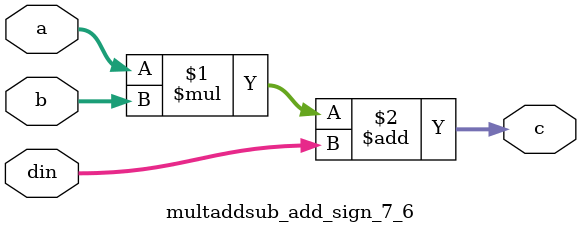
<source format=sv>
module multaddsub_add_sign_7_6(a,b,c,din); 
    parameter A_WIDTH = 7; 
    parameter B_WIDTH = 6;
 
    input signed [(A_WIDTH - 1):0] a; 
    input signed [(B_WIDTH - 1):0] b;
    input signed [(A_WIDTH + B_WIDTH - 1):0] din; 
    output signed [(A_WIDTH + B_WIDTH - 1):0] c;
 
    assign c = a * b + din; 
endmodule
</source>
